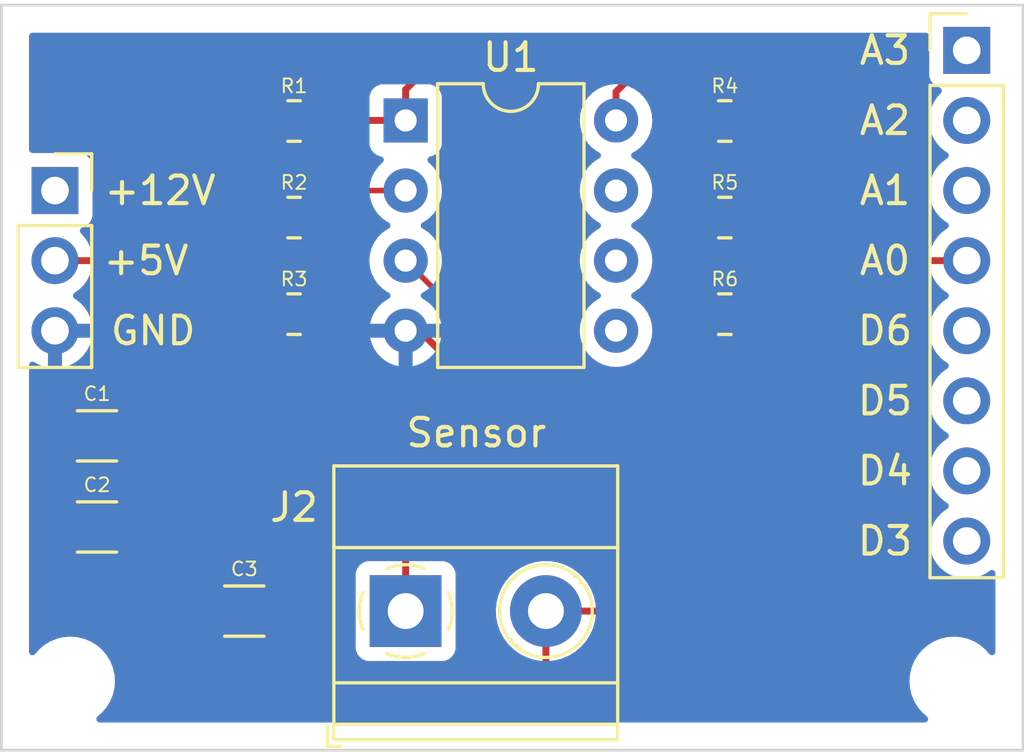
<source format=kicad_pcb>
(kicad_pcb (version 20211014) (generator pcbnew)
  (layers (0 "F.Cu" signal) (31 "B.Cu" signal) (34 "B.Paste" user) (35 "F.Paste" user) (36 "B.SilkS" user "B.Silkscreen") (37 "F.SilkS" user "F.Silkscreen") (38 "B.Mask" user) (39 "F.Mask" user) (44 "Edge.Cuts" user))
  (net 0 "")
  (net 1 "S1")
  (net 2 "+5V")
  (net 3 "GND")
  (net 4 "/U5_OP-")
  (net 5 "/U5_OP+")
  (net 6 "SREG")
  (net 15 "/R4-5")
  (footprint "Resistor_SMD:R_0805_2012Metric" (layer "F.Cu") (at 166.5 94 180)
    (fp_text reference "R4" (at 0 1.27) (layer "F.SilkS") (effects (font (size 0.5 0.5) (thickness 0.07))))
    (fp_text value "5.1K" hide)
    (fp_line (start -0.227064 0.735) (end 0.227064 0.735) (layer "F.SilkS") (width 0.12))
    (fp_line (start -0.227064 -0.735) (end 0.227064 -0.735) (layer "F.SilkS") (width 0.12))
    (pad "1" smd roundrect (at -0.9125 0 180) (size 1.025 1.4) (layers "F.Cu" "F.Paste" "F.Mask") (roundrect_rratio 0.243902) (net 2 "+5V"))
    (pad "2" smd roundrect (at 0.9125 0 180) (size 1.025 1.4) (layers "F.Cu" "F.Paste" "F.Mask") (roundrect_rratio 0.243902) (net 5 "/U5_OP+"))
  )
  (footprint "Resistor_SMD:R_0805_2012Metric" (layer "F.Cu") (at 150.9 101)
    (fp_text reference "R3" (at 0 -1.27) (layer "F.SilkS") (effects (font (size 0.5 0.5) (thickness 0.07))))
    (fp_text value "1.3K" hide)
    (fp_line (start -0.227064 0.735) (end 0.227064 0.735) (layer "F.SilkS") (width 0.12))
    (fp_line (start -0.227064 -0.735) (end 0.227064 -0.735) (layer "F.SilkS") (width 0.12))
    (pad "1" smd roundrect (at -0.9125 0) (size 1.025 1.4) (layers "F.Cu" "F.Paste" "F.Mask") (roundrect_rratio 0.243902) (net 1 "S1"))
    (pad "2" smd roundrect (at 0.9125 0) (size 1.025 1.4) (layers "F.Cu" "F.Paste" "F.Mask") (roundrect_rratio 0.243902) (net 3 "GND"))
  )
  (footprint "Package_DIP:DIP-8_W7.62mm" (layer "F.Cu") (at 154.94 93.98)
    (fp_text reference "U1" (at 3.81 -2.286) (layer "F.SilkS"))
    (fp_text value "MCP6002-xSN" hide)
    (fp_line (start 1.16 8.95) (end 6.46 8.95) (layer "F.SilkS") (width 0.12))
    (fp_line (start 1.16 -1.33) (end 1.16 8.95) (layer "F.SilkS") (width 0.12))
    (fp_line (start 2.81 -1.33) (end 1.16 -1.33) (layer "F.SilkS") (width 0.12))
    (fp_line (start 6.46 -1.33) (end 4.81 -1.33) (layer "F.SilkS") (width 0.12))
    (fp_line (start 6.46 8.95) (end 6.46 -1.33) (layer "F.SilkS") (width 0.12))
    (fp_arc (start 4.81 -1.33) (mid 3.81 -0.33) (end 2.81 -1.33) (layer "F.SilkS") (width 0.12))
    (pad "1" thru_hole rect (at 0 0) (size 1.6 1.6) (drill 0.8) (layers *.Cu *.Mask) (net 6 "SREG"))
    (pad "2" thru_hole oval (at 0 2.54) (size 1.6 1.6) (drill 0.8) (layers *.Cu *.Mask) (net 4 "/U5_OP-"))
    (pad "3" thru_hole oval (at 0 5.08) (size 1.6 1.6) (drill 0.8) (layers *.Cu *.Mask) (net 5 "/U5_OP+"))
    (pad "4" thru_hole oval (at 0 7.62) (size 1.6 1.6) (drill 0.8) (layers *.Cu *.Mask) (net 3 "GND"))
    (pad "5" thru_hole oval (at 7.62 7.62) (size 1.6 1.6) (drill 0.8) (layers *.Cu *.Mask))
    (pad "6" thru_hole oval (at 7.62 5.08) (size 1.6 1.6) (drill 0.8) (layers *.Cu *.Mask))
    (pad "7" thru_hole oval (at 7.62 2.54) (size 1.6 1.6) (drill 0.8) (layers *.Cu *.Mask))
    (pad "8" thru_hole oval (at 7.62 0) (size 1.6 1.6) (drill 0.8) (layers *.Cu *.Mask) (net 2 "+5V"))
  )
  (footprint "Capacitor_SMD:C_1206_3216Metric" (layer "F.Cu") (at 143.764 105.41 180)
    (fp_text reference "C1" (at 0 1.524) (layer "F.SilkS") (effects (font (size 0.5 0.5) (thickness 0.07))))
    (fp_text value "0.1uF" hide)
    (fp_line (start -0.711252 -0.91) (end 0.711252 -0.91) (layer "F.SilkS") (width 0.12))
    (fp_line (start -0.711252 0.91) (end 0.711252 0.91) (layer "F.SilkS") (width 0.12))
    (pad "1" smd roundrect (at -1.475 0 180) (size 1.15 1.8) (layers "F.Cu" "F.Paste" "F.Mask") (roundrect_rratio 0.217391) (net 2 "+5V"))
    (pad "2" smd roundrect (at 1.475 0 180) (size 1.15 1.8) (layers "F.Cu" "F.Paste" "F.Mask") (roundrect_rratio 0.217391) (net 3 "GND"))
  )
  (footprint "CAN_ATmega:Connector_male" (layer "F.Cu") (at 157.48 99.06)
    (fp_text reference "J1" hide)
    (fp_text value "Connector_male" hide)
    (fp_text user "+5V" (at -11.938 0 unlocked) (layer "F.SilkS"))
    (fp_text user "D4" (at 14.82 7.62 unlocked) (layer "F.SilkS"))
    (fp_text user "A1" (at 14.82 -2.54 unlocked) (layer "F.SilkS"))
    (fp_text user "A0" (at 14.82 0 unlocked) (layer "F.SilkS"))
    (fp_text user "D3" (at 14.82 10.16 unlocked) (layer "F.SilkS"))
    (fp_text user "D5" (at 14.82 5.08 unlocked) (layer "F.SilkS"))
    (fp_text user "+12V" (at -11.43 -2.54 unlocked) (layer "F.SilkS"))
    (fp_text user "A3" (at 14.82 -7.62 unlocked) (layer "F.SilkS"))
    (fp_text user "A2" (at 14.82 -5.08 unlocked) (layer "F.SilkS"))
    (fp_text user "D6" (at 14.82 2.54 unlocked) (layer "F.SilkS"))
    (fp_line (start -16.57 -1.27) (end -16.57 3.87) (layer "F.SilkS") (width 0.12))
    (fp_line (start -15.24 -3.87) (end -13.91 -3.87) (layer "F.SilkS") (width 0.12))
    (fp_line (start 16.45 -8.95) (end 17.78 -8.95) (layer "F.SilkS") (width 0.12))
    (fp_line (start 16.45 -7.62) (end 16.45 -8.95) (layer "F.SilkS") (width 0.12))
    (fp_line (start -16.57 -1.27) (end -13.91 -1.27) (layer "F.SilkS") (width 0.12))
    (fp_line (start 19.11 -6.35) (end 19.11 11.49) (layer "F.SilkS") (width 0.12))
    (fp_line (start -13.91 -1.27) (end -13.91 3.87) (layer "F.SilkS") (width 0.12))
    (fp_line (start -13.91 -3.87) (end -13.91 -2.54) (layer "F.SilkS") (width 0.12))
    (fp_line (start 16.45 11.49) (end 19.11 11.49) (layer "F.SilkS") (width 0.12))
    (fp_line (start -16.57 3.87) (end -13.91 3.87) (layer "F.SilkS") (width 0.12))
    (fp_line (start 16.45 -6.35) (end 16.45 11.49) (layer "F.SilkS") (width 0.12))
    (fp_line (start 16.45 -6.35) (end 19.11 -6.35) (layer "F.SilkS") (width 0.12))
    (pad "1" thru_hole rect (at -15.24 -2.54) (size 1.7 1.7) (drill 1) (layers *.Cu *.Mask))
    (pad "2" thru_hole oval (at -15.24 0) (size 1.7 1.7) (drill 1) (layers *.Cu *.Mask) (net 2 "+5V"))
    (pad "3" thru_hole oval (at -15.24 2.54) (size 1.7 1.7) (drill 1) (layers *.Cu *.Mask) (net 3 "GND"))
    (pad "4" thru_hole oval (at 17.78 10.16) (size 1.7 1.7) (drill 1) (layers *.Cu *.Mask))
    (pad "5" thru_hole oval (at 17.78 7.62) (size 1.7 1.7) (drill 1) (layers *.Cu *.Mask))
    (pad "6" thru_hole oval (at 17.78 5.08) (size 1.7 1.7) (drill 1) (layers *.Cu *.Mask))
    (pad "7" thru_hole oval (at 17.78 2.54) (size 1.7 1.7) (drill 1) (layers *.Cu *.Mask))
    (pad "8" thru_hole oval (at 17.78 0) (size 1.7 1.7) (drill 1) (layers *.Cu *.Mask) (net 6 "SREG"))
    (pad "9" thru_hole oval (at 17.78 -2.54) (size 1.7 1.7) (drill 1) (layers *.Cu *.Mask))
    (pad "10" thru_hole oval (at 17.78 -5.08) (size 1.7 1.7) (drill 1) (layers *.Cu *.Mask))
    (pad "11" thru_hole rect (at 17.78 -7.62) (size 1.7 1.7) (drill 1) (layers *.Cu *.Mask))
  )
  (footprint "Resistor_SMD:R_0805_2012Metric" (layer "F.Cu") (at 166.5 97.5 180)
    (fp_text reference "R5" (at 0 1.27) (layer "F.SilkS") (effects (font (size 0.5 0.5) (thickness 0.07))))
    (fp_text value "330R" hide)
    (fp_line (start -0.227064 0.735) (end 0.227064 0.735) (layer "F.SilkS") (width 0.12))
    (fp_line (start -0.227064 -0.735) (end 0.227064 -0.735) (layer "F.SilkS") (width 0.12))
    (pad "1" smd roundrect (at -0.9125 0 180) (size 1.025 1.4) (layers "F.Cu" "F.Paste" "F.Mask") (roundrect_rratio 0.243902) (net 15 "/R4-5"))
    (pad "2" smd roundrect (at 0.9125 0 180) (size 1.025 1.4) (layers "F.Cu" "F.Paste" "F.Mask") (roundrect_rratio 0.243902) (net 5 "/U5_OP+"))
  )
  (footprint "Resistor_SMD:R_0805_2012Metric" (layer "F.Cu") (at 150.9 94)
    (fp_text reference "R1" (at 0 -1.27) (layer "F.SilkS") (effects (font (size 0.5 0.5) (thickness 0.07))))
    (fp_text value "110K" hide)
    (fp_line (start -0.227064 0.735) (end 0.227064 0.735) (layer "F.SilkS") (width 0.12))
    (fp_line (start -0.227064 -0.735) (end 0.227064 -0.735) (layer "F.SilkS") (width 0.12))
    (pad "1" smd roundrect (at -0.9125 0) (size 1.025 1.4) (layers "F.Cu" "F.Paste" "F.Mask") (roundrect_rratio 0.243902) (net 4 "/U5_OP-"))
    (pad "2" smd roundrect (at 0.9125 0) (size 1.025 1.4) (layers "F.Cu" "F.Paste" "F.Mask") (roundrect_rratio 0.243902) (net 6 "SREG"))
  )
  (footprint "Resistor_SMD:R_0805_2012Metric" (layer "F.Cu") (at 166.5 101)
    (fp_text reference "R6" (at 0 -1.27) (layer "F.SilkS") (effects (font (size 0.5 0.5) (thickness 0.07))))
    (fp_text value "5.1K" hide)
    (fp_line (start -0.227064 0.735) (end 0.227064 0.735) (layer "F.SilkS") (width 0.12))
    (fp_line (start -0.227064 -0.735) (end 0.227064 -0.735) (layer "F.SilkS") (width 0.12))
    (pad "1" smd roundrect (at -0.9125 0) (size 1.025 1.4) (layers "F.Cu" "F.Paste" "F.Mask") (roundrect_rratio 0.243902) (net 3 "GND"))
    (pad "2" smd roundrect (at 0.9125 0) (size 1.025 1.4) (layers "F.Cu" "F.Paste" "F.Mask") (roundrect_rratio 0.243902) (net 15 "/R4-5"))
  )
  (footprint "Capacitor_SMD:C_1206_3216Metric" (layer "F.Cu") (at 143.764 108.712)
    (fp_text reference "C2" (at 0 -1.524) (layer "F.SilkS") (effects (font (size 0.5 0.5) (thickness 0.07))))
    (fp_text value "0.1uF" hide)
    (fp_line (start -0.711252 -0.91) (end 0.711252 -0.91) (layer "F.SilkS") (width 0.12))
    (fp_line (start -0.711252 0.91) (end 0.711252 0.91) (layer "F.SilkS") (width 0.12))
    (pad "1" smd roundrect (at -1.475 0) (size 1.15 1.8) (layers "F.Cu" "F.Paste" "F.Mask") (roundrect_rratio 0.217391) (net 3 "GND"))
    (pad "2" smd roundrect (at 1.475 0) (size 1.15 1.8) (layers "F.Cu" "F.Paste" "F.Mask") (roundrect_rratio 0.217391) (net 2 "+5V"))
  )
  (footprint "MountingHole:MountingHole_2.2mm_M2" (layer "F.Cu") (at 174.8 114.3)
    (fp_text reference "REF**" hide)
    (fp_text value "MountingHole_2.2mm_M2" hide)
    (pad "" np_thru_hole circle (at 0 0) (size 2.2 2.2) (drill 2.2) (layers *.Cu *.Mask))
  )
  (footprint "MountingHole:MountingHole_2.2mm_M2" (layer "F.Cu") (at 142.8 114.3)
    (fp_text reference "REF**" hide)
    (fp_text value "MountingHole_2.2mm_M2" hide)
    (pad "" np_thru_hole circle (at 0 0) (size 2.2 2.2) (drill 2.2) (layers *.Cu *.Mask))
  )
  (footprint "TerminalBlock_Phoenix:TerminalBlock_Phoenix_MKDS-1,5-2-5.08_1x02_P5.08mm_Horizontal" (layer "F.Cu") (at 154.94 111.76)
    (fp_text reference "J2" (at -4.04 -3.76) (layer "F.SilkS"))
    (fp_text value "Screw_Terminal_01x02" hide)
    (fp_line (start 6.355 -1.069) (end 6.308 -1.023) (layer "F.SilkS") (width 0.12))
    (fp_line (start -2.84 4.16) (end -2.84 4.9) (layer "F.SilkS") (width 0.12))
    (fp_line (start 6.15 -1.275) (end 6.115 -1.239) (layer "F.SilkS") (width 0.12))
    (fp_line (start -2.6 4.1) (end 7.68 4.1) (layer "F.SilkS") (width 0.12))
    (fp_line (start -2.6 -2.301) (end 7.68 -2.301) (layer "F.SilkS") (width 0.12))
    (fp_line (start 3.853 1.023) (end 3.806 1.069) (layer "F.SilkS") (width 0.12))
    (fp_line (start 4.046 1.239) (end 4.011 1.274) (layer "F.SilkS") (width 0.12))
    (fp_line (start -2.6 4.66) (end 7.68 4.66) (layer "F.SilkS") (width 0.12))
    (fp_line (start -2.84 4.9) (end -2.34 4.9) (layer "F.SilkS") (width 0.12))
    (fp_line (start -2.6 2.6) (end 7.68 2.6) (layer "F.SilkS") (width 0.12))
    (fp_line (start 7.68 -5.261) (end 7.68 4.66) (layer "F.SilkS") (width 0.12))
    (fp_line (start -2.6 -5.261) (end -2.6 4.66) (layer "F.SilkS") (width 0.12))
    (fp_line (start -2.6 -5.261) (end 7.68 -5.261) (layer "F.SilkS") (width 0.12))
    (fp_arc (start 0.683318 1.534756) (mid 0.349292 1.643288) (end 0 1.68) (layer "F.SilkS") (width 0.12))
    (fp_arc (start 1.535427 -0.683042) (mid 1.680501 0.000524) (end 1.535 0.684) (layer "F.SilkS") (width 0.12))
    (fp_arc (start -0.683042 -1.535427) (mid 0.000524 -1.680501) (end 0.684 -1.535) (layer "F.SilkS") (width 0.12))
    (fp_arc (start -1.535427 0.683042) (mid -1.680501 -0.000524) (end -1.535 -0.684) (layer "F.SilkS") (width 0.12))
    (fp_arc (start 0.028805 1.680253) (mid -0.335551 1.646659) (end -0.684 1.535) (layer "F.SilkS") (width 0.12))
    (fp_circle (center 5.08 0) (end 6.76 0) (layer "F.SilkS") (width 0.12) (fill none))
    (pad "1" thru_hole rect (at 0 0) (size 2.6 2.6) (drill 1.3) (layers *.Cu *.Mask) (net 1 "S1"))
    (pad "2" thru_hole circle (at 5.08 0) (size 2.6 2.6) (drill 1.3) (layers *.Cu *.Mask) (net 2 "+5V"))
  )
  (footprint "Capacitor_SMD:C_1206_3216Metric" (layer "F.Cu") (at 149.098 111.76 180)
    (fp_text reference "C3" (at 0 1.524) (layer "F.SilkS") (effects (font (size 0.5 0.5) (thickness 0.07))))
    (fp_text value "10uF/16V" hide)
    (fp_line (start -0.711252 0.91) (end 0.711252 0.91) (layer "F.SilkS") (width 0.12))
    (fp_line (start -0.711252 -0.91) (end 0.711252 -0.91) (layer "F.SilkS") (width 0.12))
    (pad "1" smd roundrect (at -1.475 0 180) (size 1.15 1.8) (layers "F.Cu" "F.Paste" "F.Mask") (roundrect_rratio 0.217391) (net 2 "+5V"))
    (pad "2" smd roundrect (at 1.475 0 180) (size 1.15 1.8) (layers "F.Cu" "F.Paste" "F.Mask") (roundrect_rratio 0.217391) (net 3 "GND"))
  )
  (footprint "Resistor_SMD:R_0805_2012Metric" (layer "F.Cu") (at 150.9 97.5)
    (fp_text reference "R2" (at 0 -1.27) (layer "F.SilkS") (effects (font (size 0.5 0.5) (thickness 0.07))))
    (fp_text value "10K" hide)
    (fp_line (start -0.227064 0.735) (end 0.227064 0.735) (layer "F.SilkS") (width 0.12))
    (fp_line (start -0.227064 -0.735) (end 0.227064 -0.735) (layer "F.SilkS") (width 0.12))
    (pad "1" smd roundrect (at -0.9125 0) (size 1.025 1.4) (layers "F.Cu" "F.Paste" "F.Mask") (roundrect_rratio 0.243902) (net 1 "S1"))
    (pad "2" smd roundrect (at 0.9125 0) (size 1.025 1.4) (layers "F.Cu" "F.Paste" "F.Mask") (roundrect_rratio 0.243902) (net 4 "/U5_OP-"))
  )
  (gr_line (start 140.3 89.8) (end 140.3 116.8) (layer "Edge.Cuts") (width 0.1))
  (gr_line (start 177.3 89.8) (end 140.3 89.8) (layer "Edge.Cuts") (width 0.1))
  (gr_line (start 140.3 116.8) (end 177.3 116.8) (layer "Edge.Cuts") (width 0.1))
  (gr_line (start 177.3 116.8) (end 177.3 89.8) (layer "Edge.Cuts") (width 0.1))
  (gr_text "GND" (at 145.796 101.6) (layer "F.SilkS") (effects (font (size 1 1))))
  (gr_text "Sensor" (at 157.5 105.3) (layer "F.SilkS") (effects (font (size 1 1))))
  (segment (start 154.94 109.04) (end 149.9875 104.0875) (width 0.25) (layer "F.Cu") (net 1))
  (segment (start 149.9875 97.5) (end 149.9875 101) (width 0.25) (layer "F.Cu") (net 1))
  (segment (start 149.9875 104.0875) (end 149.9875 101) (width 0.25) (layer "F.Cu") (net 1))
  (segment (start 154.94 111.76) (end 154.94 109.04) (width 0.25) (layer "F.Cu") (net 1))
  (segment (start 152.1 114.7) (end 159.4 114.7) (width 0.25) (layer "F.Cu") (net 2))
  (segment (start 145.239 100.281) (end 144.018 99.06) (width 0.25) (layer "F.Cu") (net 2))
  (segment (start 144.018 99.06) (end 142.24 99.06) (width 0.25) (layer "F.Cu") (net 2))
  (segment (start 150.573 111.76) (end 150.573 113.173) (width 0.25) (layer "F.Cu") (net 2))
  (segment (start 150.573 111.76) (end 150.573 110.441) (width 0.25) (layer "F.Cu") (net 2))
  (segment (start 159.4 114.7) (end 160.02 114.08) (width 0.25) (layer "F.Cu") (net 2))
  (segment (start 163.7 91.8) (end 162.56 92.94) (width 0.25) (layer "F.Cu") (net 2))
  (segment (start 167.4125 92.7125) (end 166.5 91.8) (width 0.25) (layer "F.Cu") (net 2))
  (segment (start 169.7 104.9) (end 169.7 97.4) (width 0.25) (layer "F.Cu") (net 2))
  (segment (start 167.4125 94) (end 167.4125 92.7125) (width 0.25) (layer "F.Cu") (net 2))
  (segment (start 160.02 111.76) (end 162.84 111.76) (width 0.25) (layer "F.Cu") (net 2))
  (segment (start 148.844 108.712) (end 150.573 110.441) (width 0.25) (layer "F.Cu") (net 2))
  (segment (start 145.239 105.41) (end 145.239 108.712) (width 0.25) (layer "F.Cu") (net 2))
  (segment (start 166.5 91.8) (end 163.7 91.8) (width 0.25) (layer "F.Cu") (net 2))
  (segment (start 162.84 111.76) (end 169.7 104.9) (width 0.25) (layer "F.Cu") (net 2))
  (segment (start 169.7 97.4) (end 167.4125 95.1125) (width 0.25) (layer "F.Cu") (net 2))
  (segment (start 167.4125 95.1125) (end 167.4125 94) (width 0.25) (layer "F.Cu") (net 2))
  (segment (start 160.02 114.08) (end 160.02 111.76) (width 0.25) (layer "F.Cu") (net 2))
  (segment (start 145.239 108.712) (end 148.844 108.712) (width 0.25) (layer "F.Cu") (net 2))
  (segment (start 145.239 100.281) (end 145.239 105.41) (width 0.25) (layer "F.Cu") (net 2))
  (segment (start 150.573 113.173) (end 152.1 114.7) (width 0.25) (layer "F.Cu") (net 2))
  (segment (start 162.56 92.94) (end 162.56 93.98) (width 0.25) (layer "F.Cu") (net 2))
  (segment (start 158.496 104.648) (end 155.448 101.6) (width 0.25) (layer "F.Cu") (net 3))
  (segment (start 142.289 110.031) (end 143.002 110.744) (width 0.25) (layer "F.Cu") (net 3))
  (segment (start 155.448 101.6) (end 154.94 101.6) (width 0.25) (layer "F.Cu") (net 3))
  (segment (start 163.752 104.648) (end 158.496 104.648) (width 0.25) (layer "F.Cu") (net 3))
  (segment (start 151.8125 101) (end 152.4125 101.6) (width 0.25) (layer "F.Cu") (net 3))
  (segment (start 142.289 105.41) (end 142.24 105.361) (width 0.25) (layer "F.Cu") (net 3))
  (segment (start 142.289 105.41) (end 142.289 108.712) (width 0.25) (layer "F.Cu") (net 3))
  (segment (start 142.289 108.712) (end 142.289 110.031) (width 0.25) (layer "F.Cu") (net 3))
  (segment (start 165.5875 102.8125) (end 163.752 104.648) (width 0.25) (layer "F.Cu") (net 3))
  (segment (start 165.5875 101) (end 165.5875 102.8125) (width 0.25) (layer "F.Cu") (net 3))
  (segment (start 143.002 110.744) (end 145.542 110.744) (width 0.25) (layer "F.Cu") (net 3))
  (segment (start 152.4125 101.6) (end 154.94 101.6) (width 0.25) (layer "F.Cu") (net 3))
  (segment (start 142.24 105.361) (end 142.24 101.6) (width 0.25) (layer "F.Cu") (net 3))
  (segment (start 146.558 111.76) (end 147.623 111.76) (width 0.25) (layer "F.Cu") (net 3))
  (segment (start 145.542 110.744) (end 146.558 111.76) (width 0.25) (layer "F.Cu") (net 3))
  (segment (start 149.9875 94) (end 149.9875 94.6875) (width 0.2) (layer "F.Cu") (net 4))
  (segment (start 153.48 96.52) (end 154.94 96.52) (width 0.2) (layer "F.Cu") (net 4))
  (segment (start 151.8125 97.5) (end 152.5 97.5) (width 0.2) (layer "F.Cu") (net 4))
  (segment (start 149.9875 94.6875) (end 151.8125 96.5125) (width 0.2) (layer "F.Cu") (net 4))
  (segment (start 151.8125 96.5125) (end 151.8125 97.5) (width 0.2) (layer "F.Cu") (net 4))
  (segment (start 152.5 97.5) (end 153.48 96.52) (width 0.2) (layer "F.Cu") (net 4))
  (segment (start 154.94 99.06) (end 159.512 103.632) (width 0.2) (layer "F.Cu") (net 5))
  (segment (start 165.5875 97.5) (end 165.5875 94) (width 0.2) (layer "F.Cu") (net 5))
  (segment (start 165.5875 98.8125) (end 165.5875 97.5) (width 0.2) (layer "F.Cu") (net 5))
  (segment (start 164.3 102.6) (end 164.3 100.1) (width 0.2) (layer "F.Cu") (net 5))
  (segment (start 164.3 100.1) (end 165.5875 98.8125) (width 0.2) (layer "F.Cu") (net 5))
  (segment (start 159.512 103.632) (end 163.268 103.632) (width 0.2) (layer "F.Cu") (net 5))
  (segment (start 163.268 103.632) (end 164.3 102.6) (width 0.2) (layer "F.Cu") (net 5))
  (segment (start 167.9 91.1) (end 156.7 91.1) (width 0.25) (layer "F.Cu") (net 6))
  (segment (start 154.94 92.86) (end 154.94 93.98) (width 0.25) (layer "F.Cu") (net 6))
  (segment (start 173.228 99.06) (end 171.7 97.532) (width 0.25) (layer "F.Cu") (net 6))
  (segment (start 171.7 97.532) (end 171.7 94.9) (width 0.25) (layer "F.Cu") (net 6))
  (segment (start 151.8325 93.98) (end 151.8125 94) (width 0.25) (layer "F.Cu") (net 6))
  (segment (start 171.7 94.9) (end 167.9 91.1) (width 0.25) (layer "F.Cu") (net 6))
  (segment (start 175.26 99.06) (end 173.228 99.06) (width 0.25) (layer "F.Cu") (net 6))
  (segment (start 156.7 91.1) (end 154.94 92.86) (width 0.25) (layer "F.Cu") (net 6))
  (segment (start 154.94 93.98) (end 151.8325 93.98) (width 0.25) (layer "F.Cu") (net 6))
  (segment (start 167.4125 101) (end 167.4125 97.5) (width 0.25) (layer "F.Cu") (net 15))
  (zone (net 3) (net_name "GND") (layer "B.Cu") (connect_pads (clearance 0.508)) (min_thickness 0.254) (fill yes (thermal_gap 0.508) (thermal_bridge_width 0.508))
    (polygon (pts (xy 176.3 115.8) (xy 141.3 115.8) (xy 141.3 90.8) (xy 176.3 90.8)))
  )
)
</source>
